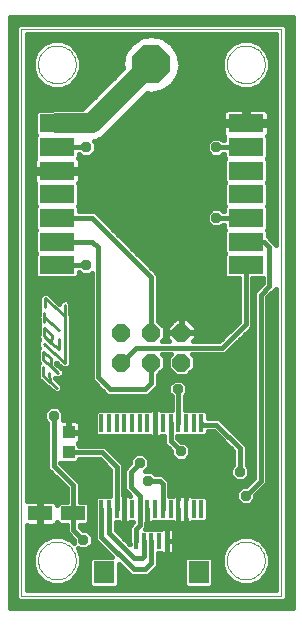
<source format=gtl>
G75*
G70*
%OFA0B0*%
%FSLAX24Y24*%
%IPPOS*%
%LPD*%
%AMOC8*
5,1,8,0,0,1.08239X$1,22.5*
%
%ADD10C,0.0000*%
%ADD11OC8,0.0600*%
%ADD12R,0.0157X0.0591*%
%ADD13R,0.1181X0.0591*%
%ADD14R,0.0394X0.0433*%
%ADD15R,0.0138X0.0551*%
%ADD16R,0.0709X0.0748*%
%ADD17R,0.0787X0.0472*%
%ADD18OC8,0.1250*%
%ADD19C,0.0160*%
%ADD20OC8,0.0356*%
%ADD21C,0.0660*%
%ADD22C,0.0100*%
D10*
X000574Y000574D02*
X000574Y019471D01*
X009235Y019471D01*
X009235Y000574D01*
X000574Y000574D01*
X001125Y001755D02*
X001127Y001805D01*
X001133Y001855D01*
X001143Y001904D01*
X001157Y001952D01*
X001174Y001999D01*
X001195Y002044D01*
X001220Y002088D01*
X001248Y002129D01*
X001280Y002168D01*
X001314Y002205D01*
X001351Y002239D01*
X001391Y002269D01*
X001433Y002296D01*
X001477Y002320D01*
X001523Y002341D01*
X001570Y002357D01*
X001618Y002370D01*
X001668Y002379D01*
X001717Y002384D01*
X001768Y002385D01*
X001818Y002382D01*
X001867Y002375D01*
X001916Y002364D01*
X001964Y002349D01*
X002010Y002331D01*
X002055Y002309D01*
X002098Y002283D01*
X002139Y002254D01*
X002178Y002222D01*
X002214Y002187D01*
X002246Y002149D01*
X002276Y002109D01*
X002303Y002066D01*
X002326Y002022D01*
X002345Y001976D01*
X002361Y001928D01*
X002373Y001879D01*
X002381Y001830D01*
X002385Y001780D01*
X002385Y001730D01*
X002381Y001680D01*
X002373Y001631D01*
X002361Y001582D01*
X002345Y001534D01*
X002326Y001488D01*
X002303Y001444D01*
X002276Y001401D01*
X002246Y001361D01*
X002214Y001323D01*
X002178Y001288D01*
X002139Y001256D01*
X002098Y001227D01*
X002055Y001201D01*
X002010Y001179D01*
X001964Y001161D01*
X001916Y001146D01*
X001867Y001135D01*
X001818Y001128D01*
X001768Y001125D01*
X001717Y001126D01*
X001668Y001131D01*
X001618Y001140D01*
X001570Y001153D01*
X001523Y001169D01*
X001477Y001190D01*
X001433Y001214D01*
X001391Y001241D01*
X001351Y001271D01*
X001314Y001305D01*
X001280Y001342D01*
X001248Y001381D01*
X001220Y001422D01*
X001195Y001466D01*
X001174Y001511D01*
X001157Y001558D01*
X001143Y001606D01*
X001133Y001655D01*
X001127Y001705D01*
X001125Y001755D01*
X007424Y001755D02*
X007426Y001805D01*
X007432Y001855D01*
X007442Y001904D01*
X007456Y001952D01*
X007473Y001999D01*
X007494Y002044D01*
X007519Y002088D01*
X007547Y002129D01*
X007579Y002168D01*
X007613Y002205D01*
X007650Y002239D01*
X007690Y002269D01*
X007732Y002296D01*
X007776Y002320D01*
X007822Y002341D01*
X007869Y002357D01*
X007917Y002370D01*
X007967Y002379D01*
X008016Y002384D01*
X008067Y002385D01*
X008117Y002382D01*
X008166Y002375D01*
X008215Y002364D01*
X008263Y002349D01*
X008309Y002331D01*
X008354Y002309D01*
X008397Y002283D01*
X008438Y002254D01*
X008477Y002222D01*
X008513Y002187D01*
X008545Y002149D01*
X008575Y002109D01*
X008602Y002066D01*
X008625Y002022D01*
X008644Y001976D01*
X008660Y001928D01*
X008672Y001879D01*
X008680Y001830D01*
X008684Y001780D01*
X008684Y001730D01*
X008680Y001680D01*
X008672Y001631D01*
X008660Y001582D01*
X008644Y001534D01*
X008625Y001488D01*
X008602Y001444D01*
X008575Y001401D01*
X008545Y001361D01*
X008513Y001323D01*
X008477Y001288D01*
X008438Y001256D01*
X008397Y001227D01*
X008354Y001201D01*
X008309Y001179D01*
X008263Y001161D01*
X008215Y001146D01*
X008166Y001135D01*
X008117Y001128D01*
X008067Y001125D01*
X008016Y001126D01*
X007967Y001131D01*
X007917Y001140D01*
X007869Y001153D01*
X007822Y001169D01*
X007776Y001190D01*
X007732Y001214D01*
X007690Y001241D01*
X007650Y001271D01*
X007613Y001305D01*
X007579Y001342D01*
X007547Y001381D01*
X007519Y001422D01*
X007494Y001466D01*
X007473Y001511D01*
X007456Y001558D01*
X007442Y001606D01*
X007432Y001655D01*
X007426Y001705D01*
X007424Y001755D01*
X007424Y018290D02*
X007426Y018340D01*
X007432Y018390D01*
X007442Y018439D01*
X007456Y018487D01*
X007473Y018534D01*
X007494Y018579D01*
X007519Y018623D01*
X007547Y018664D01*
X007579Y018703D01*
X007613Y018740D01*
X007650Y018774D01*
X007690Y018804D01*
X007732Y018831D01*
X007776Y018855D01*
X007822Y018876D01*
X007869Y018892D01*
X007917Y018905D01*
X007967Y018914D01*
X008016Y018919D01*
X008067Y018920D01*
X008117Y018917D01*
X008166Y018910D01*
X008215Y018899D01*
X008263Y018884D01*
X008309Y018866D01*
X008354Y018844D01*
X008397Y018818D01*
X008438Y018789D01*
X008477Y018757D01*
X008513Y018722D01*
X008545Y018684D01*
X008575Y018644D01*
X008602Y018601D01*
X008625Y018557D01*
X008644Y018511D01*
X008660Y018463D01*
X008672Y018414D01*
X008680Y018365D01*
X008684Y018315D01*
X008684Y018265D01*
X008680Y018215D01*
X008672Y018166D01*
X008660Y018117D01*
X008644Y018069D01*
X008625Y018023D01*
X008602Y017979D01*
X008575Y017936D01*
X008545Y017896D01*
X008513Y017858D01*
X008477Y017823D01*
X008438Y017791D01*
X008397Y017762D01*
X008354Y017736D01*
X008309Y017714D01*
X008263Y017696D01*
X008215Y017681D01*
X008166Y017670D01*
X008117Y017663D01*
X008067Y017660D01*
X008016Y017661D01*
X007967Y017666D01*
X007917Y017675D01*
X007869Y017688D01*
X007822Y017704D01*
X007776Y017725D01*
X007732Y017749D01*
X007690Y017776D01*
X007650Y017806D01*
X007613Y017840D01*
X007579Y017877D01*
X007547Y017916D01*
X007519Y017957D01*
X007494Y018001D01*
X007473Y018046D01*
X007456Y018093D01*
X007442Y018141D01*
X007432Y018190D01*
X007426Y018240D01*
X007424Y018290D01*
X001125Y018290D02*
X001127Y018340D01*
X001133Y018390D01*
X001143Y018439D01*
X001157Y018487D01*
X001174Y018534D01*
X001195Y018579D01*
X001220Y018623D01*
X001248Y018664D01*
X001280Y018703D01*
X001314Y018740D01*
X001351Y018774D01*
X001391Y018804D01*
X001433Y018831D01*
X001477Y018855D01*
X001523Y018876D01*
X001570Y018892D01*
X001618Y018905D01*
X001668Y018914D01*
X001717Y018919D01*
X001768Y018920D01*
X001818Y018917D01*
X001867Y018910D01*
X001916Y018899D01*
X001964Y018884D01*
X002010Y018866D01*
X002055Y018844D01*
X002098Y018818D01*
X002139Y018789D01*
X002178Y018757D01*
X002214Y018722D01*
X002246Y018684D01*
X002276Y018644D01*
X002303Y018601D01*
X002326Y018557D01*
X002345Y018511D01*
X002361Y018463D01*
X002373Y018414D01*
X002381Y018365D01*
X002385Y018315D01*
X002385Y018265D01*
X002381Y018215D01*
X002373Y018166D01*
X002361Y018117D01*
X002345Y018069D01*
X002326Y018023D01*
X002303Y017979D01*
X002276Y017936D01*
X002246Y017896D01*
X002214Y017858D01*
X002178Y017823D01*
X002139Y017791D01*
X002098Y017762D01*
X002055Y017736D01*
X002010Y017714D01*
X001964Y017696D01*
X001916Y017681D01*
X001867Y017670D01*
X001818Y017663D01*
X001768Y017660D01*
X001717Y017661D01*
X001668Y017666D01*
X001618Y017675D01*
X001570Y017688D01*
X001523Y017704D01*
X001477Y017725D01*
X001433Y017749D01*
X001391Y017776D01*
X001351Y017806D01*
X001314Y017840D01*
X001280Y017877D01*
X001248Y017916D01*
X001220Y017957D01*
X001195Y018001D01*
X001174Y018046D01*
X001157Y018093D01*
X001143Y018141D01*
X001133Y018190D01*
X001127Y018240D01*
X001125Y018290D01*
D11*
X003904Y009341D03*
X003904Y008341D03*
X004904Y008341D03*
X004904Y009341D03*
X005904Y009341D03*
X005904Y008341D03*
D12*
X005800Y006332D03*
X006056Y006332D03*
X006312Y006332D03*
X006568Y006332D03*
X005544Y006332D03*
X005288Y006332D03*
X005032Y006332D03*
X004776Y006332D03*
X004521Y006332D03*
X004265Y006332D03*
X004009Y006332D03*
X003753Y006332D03*
X003497Y006332D03*
X003241Y006332D03*
X003241Y003477D03*
X003497Y003477D03*
X003753Y003477D03*
X004009Y003477D03*
X004265Y003477D03*
X004521Y003477D03*
X004776Y003477D03*
X005032Y003477D03*
X005288Y003477D03*
X005544Y003477D03*
X005800Y003477D03*
X006056Y003477D03*
X006312Y003477D03*
X006568Y003477D03*
D13*
X008054Y011597D03*
X008054Y012385D03*
X008054Y013172D03*
X008054Y013960D03*
X008054Y014747D03*
X008054Y015534D03*
X008054Y016322D03*
X001755Y016322D03*
X001755Y015534D03*
X001755Y014747D03*
X001755Y013960D03*
X001755Y013172D03*
X001755Y012385D03*
X001755Y011597D03*
D14*
X002149Y006026D03*
X002149Y005357D03*
D15*
X004393Y002404D03*
X004649Y002404D03*
X004904Y002404D03*
X005160Y002404D03*
X005416Y002404D03*
D16*
X006479Y001361D03*
X003330Y001361D03*
D17*
X002306Y003330D03*
X001204Y003330D03*
D18*
X004904Y018290D03*
D19*
X000180Y019865D02*
X000180Y000180D01*
X009629Y000180D01*
X009629Y019865D01*
X000180Y019865D01*
X000180Y019752D02*
X009629Y019752D01*
X009629Y019594D02*
X009367Y019594D01*
X009415Y019546D02*
X009310Y019651D01*
X000499Y019651D01*
X000394Y019546D01*
X000394Y000499D01*
X000499Y000394D01*
X000648Y000394D01*
X009161Y000394D01*
X009310Y000394D01*
X009415Y000499D01*
X009415Y019546D01*
X009415Y019435D02*
X009629Y019435D01*
X009629Y019277D02*
X009415Y019277D01*
X009415Y019118D02*
X009629Y019118D01*
X009629Y018960D02*
X009415Y018960D01*
X009415Y018801D02*
X009629Y018801D01*
X009629Y018643D02*
X009415Y018643D01*
X009415Y018484D02*
X009629Y018484D01*
X009629Y018326D02*
X009415Y018326D01*
X009415Y018167D02*
X009629Y018167D01*
X009629Y018009D02*
X009415Y018009D01*
X009415Y017850D02*
X009629Y017850D01*
X009629Y017692D02*
X009415Y017692D01*
X009415Y017533D02*
X009629Y017533D01*
X009629Y017375D02*
X009415Y017375D01*
X009415Y017216D02*
X009629Y017216D01*
X009629Y017058D02*
X009415Y017058D01*
X009415Y016899D02*
X009629Y016899D01*
X009629Y016741D02*
X009415Y016741D01*
X009415Y016582D02*
X009629Y016582D01*
X009629Y016424D02*
X009415Y016424D01*
X009415Y016265D02*
X009629Y016265D01*
X009629Y016107D02*
X009415Y016107D01*
X009415Y015948D02*
X009629Y015948D01*
X009629Y015790D02*
X009415Y015790D01*
X009415Y015631D02*
X009629Y015631D01*
X009629Y015473D02*
X009415Y015473D01*
X009415Y015314D02*
X009629Y015314D01*
X009629Y015156D02*
X009415Y015156D01*
X009415Y014997D02*
X009629Y014997D01*
X009629Y014839D02*
X009415Y014839D01*
X009415Y014680D02*
X009629Y014680D01*
X009629Y014522D02*
X009415Y014522D01*
X009415Y014363D02*
X009629Y014363D01*
X009629Y014205D02*
X009415Y014205D01*
X009415Y014046D02*
X009629Y014046D01*
X009629Y013888D02*
X009415Y013888D01*
X009415Y013729D02*
X009629Y013729D01*
X009629Y013571D02*
X009415Y013571D01*
X009415Y013412D02*
X009629Y013412D01*
X009629Y013254D02*
X009415Y013254D01*
X009415Y013095D02*
X009629Y013095D01*
X009629Y012937D02*
X009415Y012937D01*
X009415Y012778D02*
X009629Y012778D01*
X009629Y012620D02*
X009415Y012620D01*
X009415Y012461D02*
X009629Y012461D01*
X009629Y012303D02*
X009415Y012303D01*
X009415Y012144D02*
X009629Y012144D01*
X009629Y011986D02*
X009415Y011986D01*
X009415Y011827D02*
X009629Y011827D01*
X009629Y011669D02*
X009415Y011669D01*
X009415Y011510D02*
X009629Y011510D01*
X009629Y011352D02*
X009415Y011352D01*
X009415Y011193D02*
X009629Y011193D01*
X009629Y011035D02*
X009415Y011035D01*
X009415Y010876D02*
X009629Y010876D01*
X009629Y010718D02*
X009415Y010718D01*
X009415Y010559D02*
X009629Y010559D01*
X009629Y010401D02*
X009415Y010401D01*
X009415Y010242D02*
X009629Y010242D01*
X009629Y010084D02*
X009415Y010084D01*
X009415Y009925D02*
X009629Y009925D01*
X009629Y009767D02*
X009415Y009767D01*
X009415Y009608D02*
X009629Y009608D01*
X009629Y009450D02*
X009415Y009450D01*
X009415Y009291D02*
X009629Y009291D01*
X009629Y009133D02*
X009415Y009133D01*
X009415Y008974D02*
X009629Y008974D01*
X009629Y008816D02*
X009415Y008816D01*
X009415Y008657D02*
X009629Y008657D01*
X009629Y008499D02*
X009415Y008499D01*
X009415Y008340D02*
X009629Y008340D01*
X009629Y008182D02*
X009415Y008182D01*
X009415Y008023D02*
X009629Y008023D01*
X009629Y007865D02*
X009415Y007865D01*
X009415Y007706D02*
X009629Y007706D01*
X009629Y007548D02*
X009415Y007548D01*
X009415Y007389D02*
X009629Y007389D01*
X009629Y007231D02*
X009415Y007231D01*
X009415Y007072D02*
X009629Y007072D01*
X009629Y006914D02*
X009415Y006914D01*
X009415Y006755D02*
X009629Y006755D01*
X009629Y006597D02*
X009415Y006597D01*
X009415Y006438D02*
X009629Y006438D01*
X009629Y006280D02*
X009415Y006280D01*
X009415Y006121D02*
X009629Y006121D01*
X009629Y005963D02*
X009415Y005963D01*
X009415Y005804D02*
X009629Y005804D01*
X009629Y005646D02*
X009415Y005646D01*
X009415Y005487D02*
X009629Y005487D01*
X009629Y005329D02*
X009415Y005329D01*
X009415Y005170D02*
X009629Y005170D01*
X009629Y005012D02*
X009415Y005012D01*
X009415Y004853D02*
X009629Y004853D01*
X009629Y004695D02*
X009415Y004695D01*
X009415Y004536D02*
X009629Y004536D01*
X009629Y004378D02*
X009415Y004378D01*
X009415Y004219D02*
X009629Y004219D01*
X009629Y004061D02*
X009415Y004061D01*
X009415Y003902D02*
X009629Y003902D01*
X009629Y003744D02*
X009415Y003744D01*
X009415Y003585D02*
X009629Y003585D01*
X009629Y003427D02*
X009415Y003427D01*
X009415Y003268D02*
X009629Y003268D01*
X009629Y003110D02*
X009415Y003110D01*
X009415Y002951D02*
X009629Y002951D01*
X009629Y002793D02*
X009415Y002793D01*
X009415Y002634D02*
X009629Y002634D01*
X009629Y002476D02*
X009415Y002476D01*
X009415Y002317D02*
X009629Y002317D01*
X009629Y002159D02*
X009415Y002159D01*
X009415Y002000D02*
X009629Y002000D01*
X009629Y001842D02*
X009415Y001842D01*
X009415Y001683D02*
X009629Y001683D01*
X009629Y001525D02*
X009415Y001525D01*
X009415Y001366D02*
X009629Y001366D01*
X009629Y001208D02*
X009415Y001208D01*
X009415Y001049D02*
X009629Y001049D01*
X009629Y000891D02*
X009415Y000891D01*
X009415Y000732D02*
X009629Y000732D01*
X009629Y000574D02*
X009415Y000574D01*
X009331Y000415D02*
X009629Y000415D01*
X009629Y000257D02*
X000180Y000257D01*
X000180Y000415D02*
X000478Y000415D01*
X000394Y000574D02*
X000180Y000574D01*
X000180Y000732D02*
X000394Y000732D01*
X000394Y000891D02*
X000180Y000891D01*
X000180Y001049D02*
X000394Y001049D01*
X000394Y001208D02*
X000180Y001208D01*
X000180Y001366D02*
X000394Y001366D01*
X000394Y001525D02*
X000180Y001525D01*
X000180Y001683D02*
X000394Y001683D01*
X000394Y001842D02*
X000180Y001842D01*
X000180Y002000D02*
X000394Y002000D01*
X000394Y002159D02*
X000180Y002159D01*
X000180Y002317D02*
X000394Y002317D01*
X000394Y002476D02*
X000180Y002476D01*
X000180Y002634D02*
X000394Y002634D01*
X000394Y002793D02*
X000180Y002793D01*
X000180Y002951D02*
X000394Y002951D01*
X000394Y003110D02*
X000180Y003110D01*
X000180Y003268D02*
X000394Y003268D01*
X000394Y003427D02*
X000180Y003427D01*
X000180Y003585D02*
X000394Y003585D01*
X000394Y003744D02*
X000180Y003744D01*
X000180Y003902D02*
X000394Y003902D01*
X000394Y004061D02*
X000180Y004061D01*
X000180Y004219D02*
X000394Y004219D01*
X000394Y004378D02*
X000180Y004378D01*
X000180Y004536D02*
X000394Y004536D01*
X000394Y004695D02*
X000180Y004695D01*
X000180Y004853D02*
X000394Y004853D01*
X000394Y005012D02*
X000180Y005012D01*
X000180Y005170D02*
X000394Y005170D01*
X000394Y005329D02*
X000180Y005329D01*
X000180Y005487D02*
X000394Y005487D01*
X000394Y005646D02*
X000180Y005646D01*
X000180Y005804D02*
X000394Y005804D01*
X000394Y005963D02*
X000180Y005963D01*
X000180Y006121D02*
X000394Y006121D01*
X000394Y006280D02*
X000180Y006280D01*
X000180Y006438D02*
X000394Y006438D01*
X000394Y006597D02*
X000180Y006597D01*
X000180Y006755D02*
X000394Y006755D01*
X000394Y006914D02*
X000180Y006914D01*
X000180Y007072D02*
X000394Y007072D01*
X000394Y007231D02*
X000180Y007231D01*
X000180Y007389D02*
X000394Y007389D01*
X000394Y007548D02*
X000180Y007548D01*
X000180Y007706D02*
X000394Y007706D01*
X000394Y007865D02*
X000180Y007865D01*
X000180Y008023D02*
X000394Y008023D01*
X000394Y008182D02*
X000180Y008182D01*
X000180Y008340D02*
X000394Y008340D01*
X000394Y008499D02*
X000180Y008499D01*
X000180Y008657D02*
X000394Y008657D01*
X000394Y008816D02*
X000180Y008816D01*
X000180Y008974D02*
X000394Y008974D01*
X000394Y009133D02*
X000180Y009133D01*
X000180Y009291D02*
X000394Y009291D01*
X000394Y009450D02*
X000180Y009450D01*
X000180Y009608D02*
X000394Y009608D01*
X000394Y009767D02*
X000180Y009767D01*
X000180Y009925D02*
X000394Y009925D01*
X000394Y010084D02*
X000180Y010084D01*
X000180Y010242D02*
X000394Y010242D01*
X000394Y010401D02*
X000180Y010401D01*
X000180Y010559D02*
X000394Y010559D01*
X000394Y010718D02*
X000180Y010718D01*
X000180Y010876D02*
X000394Y010876D01*
X000394Y011035D02*
X000180Y011035D01*
X000180Y011193D02*
X000394Y011193D01*
X000394Y011352D02*
X000180Y011352D01*
X000180Y011510D02*
X000394Y011510D01*
X000394Y011669D02*
X000180Y011669D01*
X000180Y011827D02*
X000394Y011827D01*
X000394Y011986D02*
X000180Y011986D01*
X000180Y012144D02*
X000394Y012144D01*
X000394Y012303D02*
X000180Y012303D01*
X000180Y012461D02*
X000394Y012461D01*
X000394Y012620D02*
X000180Y012620D01*
X000180Y012778D02*
X000394Y012778D01*
X000394Y012937D02*
X000180Y012937D01*
X000180Y013095D02*
X000394Y013095D01*
X000394Y013254D02*
X000180Y013254D01*
X000180Y013412D02*
X000394Y013412D01*
X000394Y013571D02*
X000180Y013571D01*
X000180Y013729D02*
X000394Y013729D01*
X000394Y013888D02*
X000180Y013888D01*
X000180Y014046D02*
X000394Y014046D01*
X000394Y014205D02*
X000180Y014205D01*
X000180Y014363D02*
X000394Y014363D01*
X000394Y014522D02*
X000180Y014522D01*
X000180Y014680D02*
X000394Y014680D01*
X000394Y014839D02*
X000180Y014839D01*
X000180Y014997D02*
X000394Y014997D01*
X000394Y015156D02*
X000180Y015156D01*
X000180Y015314D02*
X000394Y015314D01*
X000394Y015473D02*
X000180Y015473D01*
X000180Y015631D02*
X000394Y015631D01*
X000394Y015790D02*
X000180Y015790D01*
X000180Y015948D02*
X000394Y015948D01*
X000394Y016107D02*
X000180Y016107D01*
X000180Y016265D02*
X000394Y016265D01*
X000394Y016424D02*
X000180Y016424D01*
X000180Y016582D02*
X000394Y016582D01*
X000394Y016741D02*
X000180Y016741D01*
X000180Y016899D02*
X000394Y016899D01*
X000394Y017058D02*
X000180Y017058D01*
X000180Y017216D02*
X000394Y017216D01*
X000394Y017375D02*
X000180Y017375D01*
X000180Y017533D02*
X000394Y017533D01*
X000394Y017692D02*
X000180Y017692D01*
X000180Y017850D02*
X000394Y017850D01*
X000394Y018009D02*
X000180Y018009D01*
X000180Y018167D02*
X000394Y018167D01*
X000394Y018326D02*
X000180Y018326D01*
X000180Y018484D02*
X000394Y018484D01*
X000394Y018643D02*
X000180Y018643D01*
X000180Y018801D02*
X000394Y018801D01*
X000394Y018960D02*
X000180Y018960D01*
X000180Y019118D02*
X000394Y019118D01*
X000394Y019277D02*
X000180Y019277D01*
X000180Y019435D02*
X000394Y019435D01*
X000442Y019594D02*
X000180Y019594D01*
X000754Y019291D02*
X009055Y019291D01*
X009055Y012285D01*
X008933Y012408D01*
X008785Y012556D01*
X008785Y012738D01*
X008744Y012778D01*
X009055Y012778D01*
X009055Y012620D02*
X008785Y012620D01*
X008744Y012778D02*
X008785Y012819D01*
X008785Y013525D01*
X008744Y013566D01*
X008785Y013606D01*
X008785Y014313D01*
X008744Y014353D01*
X008785Y014394D01*
X008785Y015100D01*
X008744Y015141D01*
X008785Y015181D01*
X008785Y015888D01*
X008772Y015900D01*
X008789Y015916D01*
X008812Y015957D01*
X008825Y016003D01*
X008825Y016254D01*
X008122Y016254D01*
X008122Y016389D01*
X008825Y016389D01*
X008825Y016641D01*
X008812Y016686D01*
X008789Y016728D01*
X008755Y016761D01*
X008714Y016785D01*
X008668Y016797D01*
X008122Y016797D01*
X008122Y016389D01*
X007986Y016389D01*
X007986Y016254D01*
X007283Y016254D01*
X007283Y016003D01*
X007296Y015957D01*
X007319Y015916D01*
X007336Y015900D01*
X007323Y015888D01*
X007323Y015754D01*
X007300Y015754D01*
X007202Y015852D01*
X006938Y015852D01*
X006752Y015666D01*
X006752Y015403D01*
X006938Y015216D01*
X007202Y015216D01*
X007300Y015314D01*
X007323Y015314D01*
X007300Y015314D01*
X007323Y015314D02*
X007323Y015181D01*
X007364Y015141D01*
X007323Y015100D01*
X007323Y014394D01*
X007364Y014353D01*
X007323Y014313D01*
X007323Y013606D01*
X007364Y013566D01*
X007323Y013525D01*
X007323Y013392D01*
X007300Y013392D01*
X007202Y013490D01*
X006938Y013490D01*
X006752Y013304D01*
X006752Y013040D01*
X006938Y012854D01*
X007202Y012854D01*
X007300Y012952D01*
X007323Y012952D01*
X007323Y012819D01*
X007364Y012778D01*
X003641Y012778D01*
X003799Y012620D02*
X007323Y012620D01*
X007323Y012738D02*
X007323Y012031D01*
X007364Y011991D01*
X007323Y011951D01*
X007323Y011244D01*
X007405Y011162D01*
X007834Y011162D01*
X007834Y009720D01*
X007175Y009061D01*
X006303Y009061D01*
X006384Y009143D01*
X006384Y009321D01*
X005924Y009321D01*
X005924Y009361D01*
X005884Y009361D01*
X005884Y009321D01*
X005424Y009321D01*
X005424Y009143D01*
X005506Y009061D01*
X005247Y009061D01*
X005344Y009159D01*
X005344Y009524D01*
X005124Y009744D01*
X005124Y011295D01*
X003027Y013392D01*
X002485Y013392D01*
X002485Y013525D01*
X002445Y013566D01*
X002485Y013606D01*
X002485Y014313D01*
X002473Y014325D01*
X002489Y014341D01*
X002513Y014382D01*
X002525Y014428D01*
X002525Y014679D01*
X001822Y014679D01*
X001822Y014815D01*
X002525Y014815D01*
X002525Y015066D01*
X002513Y015112D01*
X002489Y015153D01*
X002473Y015169D01*
X002485Y015181D01*
X002485Y015314D01*
X002509Y015314D01*
X002607Y015216D01*
X002871Y015216D01*
X003057Y015403D01*
X003057Y015666D01*
X002982Y015742D01*
X003051Y015742D01*
X003264Y015830D01*
X004776Y017342D01*
X004904Y017317D01*
X005277Y017391D01*
X005593Y017602D01*
X005804Y017918D01*
X005878Y018290D01*
X005804Y018663D01*
X005593Y018979D01*
X005277Y019190D01*
X004904Y019264D01*
X004532Y019190D01*
X004216Y018979D01*
X004005Y018663D01*
X003931Y018290D01*
X003956Y018162D01*
X002586Y016792D01*
X001661Y016792D01*
X001577Y016757D01*
X001106Y016757D01*
X001024Y016675D01*
X001024Y015968D01*
X001065Y015928D01*
X001024Y015888D01*
X001024Y015181D01*
X001036Y015169D01*
X001020Y015153D01*
X000997Y015112D01*
X000984Y015066D01*
X000984Y014815D01*
X001687Y014815D01*
X001687Y014679D01*
X000984Y014679D01*
X000984Y014428D01*
X000997Y014382D01*
X001020Y014341D01*
X001036Y014325D01*
X001024Y014313D01*
X001024Y013606D01*
X001065Y013566D01*
X001024Y013525D01*
X001024Y012819D01*
X001065Y012778D01*
X001024Y012738D01*
X001024Y012031D01*
X001065Y011991D01*
X001024Y011951D01*
X001024Y011244D01*
X001106Y011162D01*
X002403Y011162D01*
X002485Y011244D01*
X002485Y011377D01*
X002509Y011377D01*
X002607Y011279D01*
X002871Y011279D01*
X002913Y011321D01*
X002913Y007766D01*
X003306Y007372D01*
X003435Y007243D01*
X004799Y007243D01*
X004996Y007440D01*
X005124Y007569D01*
X005124Y007939D01*
X005344Y008159D01*
X005344Y008524D01*
X005247Y008621D01*
X005562Y008621D01*
X005464Y008524D01*
X005464Y008159D01*
X005722Y007901D01*
X006087Y007901D01*
X006344Y008159D01*
X006344Y008524D01*
X006247Y008621D01*
X007358Y008621D01*
X008145Y009409D01*
X008274Y009538D01*
X008274Y011162D01*
X008621Y011162D01*
X008621Y010999D01*
X008455Y010833D01*
X008326Y010704D01*
X008326Y004503D01*
X008061Y004238D01*
X007922Y004238D01*
X007736Y004052D01*
X007736Y003788D01*
X007922Y003602D01*
X008186Y003602D01*
X008372Y003788D01*
X008372Y003927D01*
X008637Y004192D01*
X008766Y004321D01*
X008766Y010522D01*
X009055Y010811D01*
X009055Y000754D01*
X000754Y000754D01*
X000754Y002922D01*
X000786Y002913D01*
X001166Y002913D01*
X001166Y003291D01*
X001242Y003291D01*
X001242Y002913D01*
X001621Y002913D01*
X001667Y002926D01*
X001708Y002949D01*
X001741Y002983D01*
X001765Y003024D01*
X001772Y003051D01*
X001772Y003035D01*
X001854Y002953D01*
X002086Y002953D01*
X002086Y002687D01*
X002323Y002451D01*
X002323Y002332D01*
X002214Y002441D01*
X001916Y002565D01*
X001594Y002565D01*
X001296Y002441D01*
X001068Y002214D01*
X000945Y001916D01*
X000945Y001594D01*
X001068Y001296D01*
X001296Y001068D01*
X001594Y000945D01*
X001916Y000945D01*
X002214Y001068D01*
X002441Y001296D01*
X002565Y001594D01*
X002565Y001916D01*
X002456Y002179D01*
X002509Y002126D01*
X002772Y002126D01*
X002959Y002312D01*
X002959Y002576D01*
X002772Y002762D01*
X002634Y002762D01*
X002526Y002870D01*
X002526Y002953D01*
X002758Y002953D01*
X002840Y003035D01*
X002840Y003624D01*
X002758Y003706D01*
X002526Y003706D01*
X002526Y004346D01*
X002397Y004475D01*
X001876Y004996D01*
X001876Y005018D01*
X001894Y005001D01*
X002403Y005001D01*
X002485Y005083D01*
X002485Y005137D01*
X003179Y005137D01*
X003533Y004784D01*
X003533Y003913D01*
X003104Y003913D01*
X003022Y003831D01*
X003022Y003570D01*
X003021Y003568D01*
X003021Y002441D01*
X003587Y001875D01*
X002917Y001875D01*
X002835Y001793D01*
X002835Y000929D01*
X002917Y000847D01*
X003742Y000847D01*
X003824Y000929D01*
X003824Y001638D01*
X004094Y001368D01*
X004223Y001240D01*
X004799Y001240D01*
X004928Y001368D01*
X005124Y001565D01*
X005124Y001989D01*
X005233Y001989D01*
X005237Y001985D01*
X005278Y001961D01*
X005324Y001949D01*
X005416Y001949D01*
X005416Y002404D01*
X005416Y002404D01*
X005416Y001949D01*
X005509Y001949D01*
X005555Y001961D01*
X005596Y001985D01*
X005629Y002018D01*
X005653Y002059D01*
X005665Y002105D01*
X005665Y002404D01*
X005416Y002404D01*
X005416Y002404D01*
X006282Y002404D01*
X005800Y002887D01*
X005800Y003477D01*
X005800Y003807D02*
X005800Y003953D01*
X005698Y003953D01*
X005652Y003940D01*
X005611Y003917D01*
X005607Y003913D01*
X005508Y003913D01*
X005508Y004395D01*
X005400Y004503D01*
X005271Y004632D01*
X005036Y004632D01*
X004938Y004730D01*
X004688Y004730D01*
X004829Y004871D01*
X004829Y005135D01*
X004642Y005321D01*
X004379Y005321D01*
X004193Y005135D01*
X004193Y004996D01*
X003995Y004799D01*
X003995Y004124D01*
X004124Y003995D01*
X004207Y003913D01*
X004202Y003913D01*
X004198Y003917D01*
X004157Y003940D01*
X004111Y003953D01*
X004009Y003953D01*
X004009Y003477D01*
X004009Y003002D01*
X004111Y003002D01*
X004157Y003014D01*
X004198Y003038D01*
X004202Y003042D01*
X004291Y003042D01*
X004291Y003027D01*
X004173Y002909D01*
X004173Y002313D01*
X004184Y002302D01*
X004184Y002295D01*
X003717Y002761D01*
X003717Y003042D01*
X003815Y003042D01*
X003819Y003038D01*
X003861Y003014D01*
X003906Y003002D01*
X004009Y003002D01*
X004009Y003477D01*
X004009Y003477D01*
X004009Y003477D01*
X004009Y003953D01*
X003973Y003953D01*
X003973Y004966D01*
X003491Y005448D01*
X003362Y005577D01*
X002485Y005577D01*
X002485Y005632D01*
X002453Y005664D01*
X002456Y005666D01*
X002489Y005699D01*
X002513Y005740D01*
X002525Y005786D01*
X002525Y006008D01*
X002167Y006008D01*
X002167Y006045D01*
X002130Y006045D01*
X002130Y006423D01*
X001952Y006423D01*
X001974Y006446D01*
X001974Y006709D01*
X001788Y006896D01*
X001525Y006896D01*
X001338Y006709D01*
X001338Y006446D01*
X001436Y006348D01*
X001436Y004813D01*
X002086Y004164D01*
X002086Y003706D01*
X001854Y003706D01*
X001772Y003624D01*
X001772Y003608D01*
X001765Y003635D01*
X001741Y003676D01*
X001708Y003710D01*
X001667Y003734D01*
X001621Y003746D01*
X001242Y003746D01*
X001242Y003368D01*
X001166Y003368D01*
X001166Y003746D01*
X000786Y003746D01*
X000754Y003737D01*
X000754Y019291D01*
X000754Y019277D02*
X009055Y019277D01*
X009055Y019118D02*
X005384Y019118D01*
X005606Y018960D02*
X007578Y018960D01*
X007595Y018977D02*
X007367Y018749D01*
X007244Y018451D01*
X007244Y018129D01*
X007367Y017831D01*
X007595Y017604D01*
X007893Y017480D01*
X008215Y017480D01*
X008513Y017604D01*
X008741Y017831D01*
X008864Y018129D01*
X008864Y018451D01*
X008741Y018749D01*
X008513Y018977D01*
X008215Y019100D01*
X007893Y019100D01*
X007595Y018977D01*
X007420Y018801D02*
X005712Y018801D01*
X005808Y018643D02*
X007323Y018643D01*
X007258Y018484D02*
X005840Y018484D01*
X005871Y018326D02*
X007244Y018326D01*
X007244Y018167D02*
X005854Y018167D01*
X005822Y018009D02*
X007294Y018009D01*
X007360Y017850D02*
X005759Y017850D01*
X005653Y017692D02*
X007507Y017692D01*
X007765Y017533D02*
X005490Y017533D01*
X005197Y017375D02*
X009055Y017375D01*
X009055Y017533D02*
X008343Y017533D01*
X008601Y017692D02*
X009055Y017692D01*
X009055Y017850D02*
X008748Y017850D01*
X008814Y018009D02*
X009055Y018009D01*
X009055Y018167D02*
X008864Y018167D01*
X008864Y018326D02*
X009055Y018326D01*
X009055Y018484D02*
X008850Y018484D01*
X008785Y018643D02*
X009055Y018643D01*
X009055Y018801D02*
X008688Y018801D01*
X008530Y018960D02*
X009055Y018960D01*
X009055Y017216D02*
X004651Y017216D01*
X004492Y017058D02*
X009055Y017058D01*
X009055Y016899D02*
X004334Y016899D01*
X004175Y016741D02*
X007333Y016741D01*
X007319Y016728D02*
X007296Y016686D01*
X007283Y016641D01*
X007283Y016389D01*
X007986Y016389D01*
X007986Y016797D01*
X007440Y016797D01*
X007394Y016785D01*
X007353Y016761D01*
X007319Y016728D01*
X007283Y016582D02*
X004017Y016582D01*
X003858Y016424D02*
X007283Y016424D01*
X007283Y016107D02*
X003541Y016107D01*
X003700Y016265D02*
X007986Y016265D01*
X008122Y016265D02*
X009055Y016265D01*
X009055Y016107D02*
X008825Y016107D01*
X008807Y015948D02*
X009055Y015948D01*
X009055Y015790D02*
X008785Y015790D01*
X008785Y015631D02*
X009055Y015631D01*
X009055Y015473D02*
X008785Y015473D01*
X008785Y015314D02*
X009055Y015314D01*
X009055Y015156D02*
X008759Y015156D01*
X008785Y014997D02*
X009055Y014997D01*
X009055Y014839D02*
X008785Y014839D01*
X008785Y014680D02*
X009055Y014680D01*
X009055Y014522D02*
X008785Y014522D01*
X008754Y014363D02*
X009055Y014363D01*
X009055Y014205D02*
X008785Y014205D01*
X008785Y014046D02*
X009055Y014046D01*
X009055Y013888D02*
X008785Y013888D01*
X008785Y013729D02*
X009055Y013729D01*
X009055Y013571D02*
X008749Y013571D01*
X008785Y013412D02*
X009055Y013412D01*
X009055Y013254D02*
X008785Y013254D01*
X008785Y013095D02*
X009055Y013095D01*
X009055Y012937D02*
X008785Y012937D01*
X008879Y012461D02*
X009055Y012461D01*
X009038Y012303D02*
X009055Y012303D01*
X008841Y012188D02*
X008841Y010908D01*
X008546Y010613D01*
X008546Y004412D01*
X008054Y003920D01*
X008327Y003744D02*
X009055Y003744D01*
X009055Y003902D02*
X008372Y003902D01*
X008506Y004061D02*
X009055Y004061D01*
X009055Y004219D02*
X008664Y004219D01*
X008637Y004192D02*
X008637Y004192D01*
X008766Y004378D02*
X009055Y004378D01*
X009055Y004536D02*
X008766Y004536D01*
X008766Y004695D02*
X009055Y004695D01*
X009055Y004853D02*
X008766Y004853D01*
X008766Y005012D02*
X009055Y005012D01*
X009055Y005170D02*
X008766Y005170D01*
X008766Y005329D02*
X009055Y005329D01*
X009055Y005487D02*
X008766Y005487D01*
X008766Y005646D02*
X009055Y005646D01*
X009055Y005804D02*
X008766Y005804D01*
X008766Y005963D02*
X009055Y005963D01*
X009055Y006121D02*
X008766Y006121D01*
X008766Y006280D02*
X009055Y006280D01*
X009055Y006438D02*
X008766Y006438D01*
X008766Y006597D02*
X009055Y006597D01*
X009055Y006755D02*
X008766Y006755D01*
X008766Y006914D02*
X009055Y006914D01*
X009055Y007072D02*
X008766Y007072D01*
X008766Y007231D02*
X009055Y007231D01*
X009055Y007389D02*
X008766Y007389D01*
X008766Y007548D02*
X009055Y007548D01*
X009055Y007706D02*
X008766Y007706D01*
X008766Y007865D02*
X009055Y007865D01*
X009055Y008023D02*
X008766Y008023D01*
X008766Y008182D02*
X009055Y008182D01*
X009055Y008340D02*
X008766Y008340D01*
X008766Y008499D02*
X009055Y008499D01*
X009055Y008657D02*
X008766Y008657D01*
X008766Y008816D02*
X009055Y008816D01*
X009055Y008974D02*
X008766Y008974D01*
X008766Y009133D02*
X009055Y009133D01*
X009055Y009291D02*
X008766Y009291D01*
X008766Y009450D02*
X009055Y009450D01*
X009055Y009608D02*
X008766Y009608D01*
X008766Y009767D02*
X009055Y009767D01*
X009055Y009925D02*
X008766Y009925D01*
X008766Y010084D02*
X009055Y010084D01*
X009055Y010242D02*
X008766Y010242D01*
X008766Y010401D02*
X009055Y010401D01*
X009055Y010559D02*
X008803Y010559D01*
X008962Y010718D02*
X009055Y010718D01*
X008621Y011035D02*
X008274Y011035D01*
X008274Y010876D02*
X008498Y010876D01*
X008340Y010718D02*
X008274Y010718D01*
X008274Y010559D02*
X008326Y010559D01*
X008326Y010401D02*
X008274Y010401D01*
X008274Y010242D02*
X008326Y010242D01*
X008326Y010084D02*
X008274Y010084D01*
X008274Y009925D02*
X008326Y009925D01*
X008326Y009767D02*
X008274Y009767D01*
X008274Y009608D02*
X008326Y009608D01*
X008326Y009450D02*
X008186Y009450D01*
X008326Y009291D02*
X008028Y009291D01*
X007869Y009133D02*
X008326Y009133D01*
X008326Y008974D02*
X007711Y008974D01*
X007552Y008816D02*
X008326Y008816D01*
X008326Y008657D02*
X007394Y008657D01*
X007267Y008841D02*
X008054Y009629D01*
X008054Y011597D01*
X007834Y011035D02*
X005124Y011035D01*
X005124Y011193D02*
X007374Y011193D01*
X007323Y011352D02*
X005067Y011352D01*
X004904Y011204D02*
X002936Y013172D01*
X001755Y013172D01*
X001755Y012385D02*
X002936Y012385D01*
X003133Y012188D01*
X003133Y007857D01*
X003526Y007463D01*
X004708Y007463D01*
X004904Y007660D01*
X004904Y008341D01*
X005124Y007865D02*
X008326Y007865D01*
X008326Y008023D02*
X006208Y008023D01*
X006344Y008182D02*
X008326Y008182D01*
X008326Y008340D02*
X006344Y008340D01*
X006344Y008499D02*
X008326Y008499D01*
X008326Y007706D02*
X005997Y007706D01*
X005922Y007782D02*
X006108Y007595D01*
X006108Y007332D01*
X006020Y007243D01*
X006020Y006767D01*
X006705Y006767D01*
X006787Y006685D01*
X006787Y006502D01*
X007161Y006502D01*
X007290Y006373D01*
X008077Y005586D01*
X008077Y004937D01*
X008175Y004839D01*
X008175Y004576D01*
X007989Y004389D01*
X007725Y004389D01*
X007539Y004576D01*
X007539Y004839D01*
X007637Y004937D01*
X007637Y005404D01*
X006979Y006062D01*
X006787Y006062D01*
X006787Y005978D01*
X006705Y005896D01*
X005764Y005896D01*
X005764Y005832D01*
X005882Y005715D01*
X006020Y005715D01*
X006207Y005528D01*
X006207Y005265D01*
X006020Y005078D01*
X005757Y005078D01*
X005571Y005265D01*
X005571Y005404D01*
X005324Y005650D01*
X005324Y005896D01*
X005226Y005896D01*
X005222Y005892D01*
X005181Y005869D01*
X005135Y005856D01*
X005032Y005856D01*
X005032Y006332D01*
X005032Y006807D01*
X004930Y006807D01*
X004884Y006795D01*
X004843Y006771D01*
X004839Y006767D01*
X003104Y006767D01*
X003022Y006685D01*
X003022Y005978D01*
X003104Y005896D01*
X004839Y005896D01*
X004843Y005892D01*
X004884Y005869D01*
X004930Y005856D01*
X005032Y005856D01*
X005032Y006332D01*
X005032Y006332D01*
X005032Y006807D01*
X005135Y006807D01*
X005181Y006795D01*
X005222Y006771D01*
X005226Y006767D01*
X005580Y006767D01*
X005580Y007224D01*
X005472Y007332D01*
X005472Y007595D01*
X005658Y007782D01*
X005922Y007782D01*
X005790Y007463D02*
X005800Y007454D01*
X005800Y006332D01*
X005544Y006332D02*
X005544Y005741D01*
X005889Y005397D01*
X006112Y005170D02*
X007637Y005170D01*
X007637Y005012D02*
X004829Y005012D01*
X004811Y004853D02*
X007553Y004853D01*
X007539Y004695D02*
X004973Y004695D01*
X004806Y004412D02*
X005180Y004412D01*
X005288Y004304D01*
X005288Y003477D01*
X004970Y003042D02*
X005607Y003042D01*
X005611Y003038D01*
X005652Y003014D01*
X005698Y003002D01*
X005800Y003002D01*
X005800Y003148D01*
X005800Y003148D01*
X005800Y003002D01*
X005903Y003002D01*
X005928Y003009D01*
X005954Y003002D01*
X006056Y003002D01*
X006158Y003002D01*
X006204Y003014D01*
X006245Y003038D01*
X006249Y003042D01*
X006705Y003042D01*
X006787Y003124D01*
X006787Y003831D01*
X006705Y003913D01*
X006249Y003913D01*
X006245Y003917D01*
X006204Y003940D01*
X006158Y003953D01*
X006056Y003953D01*
X005954Y003953D01*
X005928Y003946D01*
X005903Y003953D01*
X005800Y003953D01*
X005800Y003807D01*
X005800Y003807D01*
X005800Y003902D02*
X005800Y003902D01*
X006056Y003902D02*
X006056Y003902D01*
X006056Y003953D02*
X006056Y003807D01*
X006056Y003953D01*
X006056Y003807D02*
X006056Y003807D01*
X006056Y003148D02*
X006056Y003002D01*
X006056Y003148D01*
X006056Y003148D01*
X006056Y003110D02*
X006056Y003110D01*
X005800Y003110D02*
X005800Y003110D01*
X005596Y002824D02*
X005629Y002791D01*
X005653Y002749D01*
X005665Y002704D01*
X005665Y002404D01*
X005416Y002404D01*
X005416Y002860D01*
X005324Y002860D01*
X005278Y002848D01*
X005237Y002824D01*
X005233Y002820D01*
X005033Y002820D01*
X005032Y002819D01*
X005031Y002820D01*
X004778Y002820D01*
X004776Y002819D01*
X004775Y002820D01*
X004706Y002820D01*
X004731Y002845D01*
X004731Y003002D01*
X004776Y003002D01*
X004776Y003477D01*
X004776Y003477D01*
X004776Y003002D01*
X004879Y003002D01*
X004925Y003014D01*
X004966Y003038D01*
X004970Y003042D01*
X004776Y003110D02*
X004776Y003110D01*
X004776Y003268D02*
X004776Y003268D01*
X004776Y003427D02*
X004776Y003427D01*
X004521Y003477D02*
X004521Y003910D01*
X004215Y004215D01*
X004215Y004708D01*
X004511Y005003D01*
X004228Y005170D02*
X003769Y005170D01*
X003753Y004875D02*
X003271Y005357D01*
X002149Y005357D01*
X001883Y005012D02*
X001876Y005012D01*
X002019Y004853D02*
X003463Y004853D01*
X003533Y004695D02*
X002177Y004695D01*
X002336Y004536D02*
X003533Y004536D01*
X003533Y004378D02*
X002494Y004378D01*
X002526Y004219D02*
X003533Y004219D01*
X003533Y004061D02*
X002526Y004061D01*
X002526Y003902D02*
X003094Y003902D01*
X003022Y003744D02*
X002526Y003744D01*
X002306Y003330D02*
X002306Y002778D01*
X002641Y002444D01*
X002603Y002793D02*
X003021Y002793D01*
X003021Y002951D02*
X002526Y002951D01*
X002306Y003330D02*
X002306Y004255D01*
X001656Y004904D01*
X001656Y006578D01*
X001384Y006755D02*
X000754Y006755D01*
X000754Y006597D02*
X001338Y006597D01*
X001346Y006438D02*
X000754Y006438D01*
X000754Y006280D02*
X001436Y006280D01*
X001436Y006121D02*
X000754Y006121D01*
X000754Y005963D02*
X001436Y005963D01*
X001436Y005804D02*
X000754Y005804D01*
X000754Y005646D02*
X001436Y005646D01*
X001436Y005487D02*
X000754Y005487D01*
X000754Y005329D02*
X001436Y005329D01*
X001436Y005170D02*
X000754Y005170D01*
X000754Y005012D02*
X001436Y005012D01*
X001436Y004853D02*
X000754Y004853D01*
X000754Y004695D02*
X001555Y004695D01*
X001713Y004536D02*
X000754Y004536D01*
X000754Y004378D02*
X001872Y004378D01*
X002030Y004219D02*
X000754Y004219D01*
X000754Y004061D02*
X002086Y004061D01*
X002086Y003902D02*
X000754Y003902D01*
X000754Y003744D02*
X000778Y003744D01*
X001166Y003744D02*
X001242Y003744D01*
X001242Y003585D02*
X001166Y003585D01*
X001166Y003427D02*
X001242Y003427D01*
X001242Y003268D02*
X001166Y003268D01*
X001166Y003110D02*
X001242Y003110D01*
X001242Y002951D02*
X001166Y002951D01*
X001379Y002476D02*
X000754Y002476D01*
X000754Y002634D02*
X002139Y002634D01*
X002131Y002476D02*
X002298Y002476D01*
X002464Y002159D02*
X002476Y002159D01*
X002530Y002000D02*
X003462Y002000D01*
X003304Y002159D02*
X002805Y002159D01*
X002884Y001842D02*
X002565Y001842D01*
X002565Y001683D02*
X002835Y001683D01*
X002835Y001525D02*
X002536Y001525D01*
X002470Y001366D02*
X002835Y001366D01*
X002835Y001208D02*
X002353Y001208D01*
X002168Y001049D02*
X002835Y001049D01*
X002874Y000891D02*
X000754Y000891D01*
X000754Y001049D02*
X001342Y001049D01*
X001157Y001208D02*
X000754Y001208D01*
X000754Y001366D02*
X001039Y001366D01*
X000973Y001525D02*
X000754Y001525D01*
X000754Y001683D02*
X000945Y001683D01*
X000945Y001842D02*
X000754Y001842D01*
X000754Y002000D02*
X000980Y002000D01*
X001045Y002159D02*
X000754Y002159D01*
X000754Y002317D02*
X001172Y002317D01*
X000754Y002793D02*
X002086Y002793D01*
X002086Y002951D02*
X001710Y002951D01*
X001629Y003744D02*
X002086Y003744D01*
X002840Y003585D02*
X003022Y003585D01*
X003021Y003427D02*
X002840Y003427D01*
X002840Y003268D02*
X003021Y003268D01*
X003021Y003110D02*
X002840Y003110D01*
X002900Y002634D02*
X003021Y002634D01*
X003021Y002476D02*
X002959Y002476D01*
X002959Y002317D02*
X003145Y002317D01*
X003241Y002532D02*
X004314Y001460D01*
X004708Y001460D01*
X004904Y001656D01*
X004904Y002404D01*
X004649Y002404D02*
X004649Y001893D01*
X004609Y001853D01*
X004314Y001853D01*
X003497Y002670D01*
X003497Y003477D01*
X003241Y003477D02*
X003241Y002532D01*
X003717Y002793D02*
X004173Y002793D01*
X004173Y002634D02*
X003844Y002634D01*
X004003Y002476D02*
X004173Y002476D01*
X004161Y002317D02*
X004173Y002317D01*
X004393Y002404D02*
X004393Y002818D01*
X004511Y002936D01*
X004511Y003467D01*
X004521Y003477D01*
X004731Y002951D02*
X009055Y002951D01*
X009055Y002793D02*
X005627Y002793D01*
X005596Y002824D02*
X005555Y002848D01*
X005509Y002860D01*
X005416Y002860D01*
X005416Y002404D01*
X005416Y002404D01*
X005416Y002476D02*
X005416Y002476D01*
X005416Y002634D02*
X005416Y002634D01*
X005416Y002793D02*
X005416Y002793D01*
X005665Y002634D02*
X009055Y002634D01*
X009055Y002476D02*
X008430Y002476D01*
X008513Y002441D02*
X008215Y002565D01*
X007893Y002565D01*
X007595Y002441D01*
X007367Y002214D01*
X007244Y001916D01*
X007244Y001594D01*
X007367Y001296D01*
X007595Y001068D01*
X007893Y000945D01*
X008215Y000945D01*
X008513Y001068D01*
X008741Y001296D01*
X008864Y001594D01*
X008864Y001916D01*
X008741Y002214D01*
X008513Y002441D01*
X008637Y002317D02*
X009055Y002317D01*
X009055Y002159D02*
X008763Y002159D01*
X008829Y002000D02*
X009055Y002000D01*
X009055Y001842D02*
X008864Y001842D01*
X008864Y001683D02*
X009055Y001683D01*
X009055Y001525D02*
X008835Y001525D01*
X008770Y001366D02*
X009055Y001366D01*
X009055Y001208D02*
X008652Y001208D01*
X008467Y001049D02*
X009055Y001049D01*
X009055Y000891D02*
X006935Y000891D01*
X006974Y000929D02*
X006892Y000847D01*
X006067Y000847D01*
X005985Y000929D01*
X005985Y001793D01*
X006067Y001875D01*
X006892Y001875D01*
X006974Y001793D01*
X006974Y000929D01*
X006974Y001049D02*
X007641Y001049D01*
X007456Y001208D02*
X006974Y001208D01*
X006974Y001366D02*
X007338Y001366D01*
X007273Y001525D02*
X006974Y001525D01*
X006974Y001683D02*
X007244Y001683D01*
X007244Y001842D02*
X006925Y001842D01*
X006774Y002345D02*
X006715Y002404D01*
X006282Y002404D01*
X006033Y001842D02*
X005124Y001842D01*
X005124Y001683D02*
X005985Y001683D01*
X005985Y001525D02*
X005084Y001525D01*
X004925Y001366D02*
X005985Y001366D01*
X005985Y001208D02*
X003824Y001208D01*
X003824Y001366D02*
X004096Y001366D01*
X003938Y001525D02*
X003824Y001525D01*
X003824Y001049D02*
X005985Y001049D01*
X006023Y000891D02*
X003786Y000891D01*
X003717Y002951D02*
X004215Y002951D01*
X004009Y003110D02*
X004009Y003110D01*
X004009Y003268D02*
X004009Y003268D01*
X004009Y003427D02*
X004009Y003427D01*
X004009Y003585D02*
X004009Y003585D01*
X004009Y003744D02*
X004009Y003744D01*
X004009Y003902D02*
X004009Y003902D01*
X003973Y004061D02*
X004059Y004061D01*
X003995Y004219D02*
X003973Y004219D01*
X003973Y004378D02*
X003995Y004378D01*
X003995Y004536D02*
X003973Y004536D01*
X003973Y004695D02*
X003995Y004695D01*
X003973Y004853D02*
X004050Y004853D01*
X003927Y005012D02*
X004193Y005012D01*
X003753Y004875D02*
X003753Y003477D01*
X003305Y005012D02*
X002414Y005012D01*
X002471Y005646D02*
X005328Y005646D01*
X005324Y005804D02*
X002525Y005804D01*
X002525Y005963D02*
X003038Y005963D01*
X003022Y006121D02*
X002525Y006121D01*
X002525Y006045D02*
X002525Y006267D01*
X002513Y006312D01*
X002489Y006354D01*
X002456Y006387D01*
X002415Y006411D01*
X002369Y006423D01*
X002167Y006423D01*
X002167Y006045D01*
X002525Y006045D01*
X002522Y006280D02*
X003022Y006280D01*
X003022Y006438D02*
X001967Y006438D01*
X001974Y006597D02*
X003022Y006597D01*
X003093Y006755D02*
X001929Y006755D01*
X002149Y006676D02*
X002149Y006026D01*
X002130Y006121D02*
X002167Y006121D01*
X002167Y006280D02*
X002130Y006280D01*
X001839Y007335D02*
X001682Y007326D01*
X001342Y007629D01*
X001340Y007631D01*
X001340Y007631D01*
X001229Y007730D01*
X001223Y007730D01*
X001171Y007781D01*
X001116Y007830D01*
X001116Y007837D01*
X001112Y007841D01*
X001112Y007914D01*
X001107Y007987D01*
X001112Y007992D01*
X001112Y008290D01*
X001154Y008332D01*
X001121Y008362D01*
X001121Y008369D01*
X001116Y008374D01*
X001116Y008446D01*
X001112Y008519D01*
X001117Y008524D01*
X001119Y008712D01*
X001115Y008784D01*
X001119Y008790D01*
X001120Y008797D01*
X001171Y008848D01*
X001174Y008851D01*
X001126Y008893D01*
X001117Y009050D01*
X001176Y009116D01*
X001147Y009142D01*
X001147Y009149D01*
X001142Y009155D01*
X001142Y009227D01*
X001138Y009299D01*
X001143Y009305D01*
X001145Y009493D01*
X001140Y009565D01*
X001145Y009571D01*
X001145Y009578D01*
X001164Y009596D01*
X001156Y009603D01*
X001146Y009780D01*
X001145Y009795D01*
X001135Y009807D01*
X001140Y009872D01*
X001137Y009937D01*
X001147Y009948D01*
X001159Y010088D01*
X001170Y010098D01*
X001158Y010110D01*
X001158Y010484D01*
X001154Y010557D01*
X001158Y010562D01*
X001158Y010569D01*
X001210Y010620D01*
X001259Y010675D01*
X001265Y010675D01*
X001270Y010680D01*
X001343Y010680D01*
X001416Y010684D01*
X001421Y010680D01*
X001427Y010680D01*
X001479Y010628D01*
X001826Y010319D01*
X001826Y010340D01*
X001936Y010452D01*
X002093Y010454D01*
X002206Y010343D01*
X002209Y009971D01*
X002210Y009970D01*
X002210Y009897D01*
X002214Y009823D01*
X002211Y009820D01*
X002211Y009814D01*
X002210Y009814D01*
X002210Y008356D01*
X002215Y008283D01*
X002210Y008278D01*
X002210Y008272D01*
X002159Y008220D01*
X002110Y008165D01*
X002104Y008165D01*
X002099Y008161D01*
X002026Y008161D01*
X001953Y008156D01*
X001948Y008161D01*
X001942Y008161D01*
X001890Y008212D01*
X001740Y008346D01*
X001740Y008319D01*
X001977Y008108D01*
X001986Y007951D01*
X001881Y007834D01*
X001724Y007824D01*
X001709Y007838D01*
X001711Y007810D01*
X001711Y007810D01*
X001711Y007810D01*
X001935Y007610D01*
X001944Y007453D01*
X001839Y007335D01*
X001887Y007389D02*
X003290Y007389D01*
X003131Y007548D02*
X001938Y007548D01*
X001827Y007706D02*
X002973Y007706D01*
X002913Y007865D02*
X001909Y007865D01*
X001982Y008023D02*
X002913Y008023D01*
X002913Y008182D02*
X002124Y008182D01*
X002211Y008340D02*
X002913Y008340D01*
X002913Y008499D02*
X002210Y008499D01*
X002210Y008657D02*
X002913Y008657D01*
X002913Y008816D02*
X002210Y008816D01*
X002210Y008974D02*
X002913Y008974D01*
X002913Y009133D02*
X002210Y009133D01*
X002210Y009291D02*
X002913Y009291D01*
X002913Y009450D02*
X002210Y009450D01*
X002210Y009608D02*
X002913Y009608D01*
X002913Y009767D02*
X002210Y009767D01*
X002210Y009925D02*
X002913Y009925D01*
X002913Y010084D02*
X002208Y010084D01*
X002207Y010242D02*
X002913Y010242D01*
X002913Y010401D02*
X002147Y010401D01*
X001886Y010401D02*
X001734Y010401D01*
X001556Y010559D02*
X002913Y010559D01*
X002913Y010718D02*
X000754Y010718D01*
X000754Y010876D02*
X002913Y010876D01*
X002913Y011035D02*
X000754Y011035D01*
X000754Y011193D02*
X001075Y011193D01*
X001024Y011352D02*
X000754Y011352D01*
X000754Y011510D02*
X001024Y011510D01*
X001024Y011669D02*
X000754Y011669D01*
X000754Y011827D02*
X001024Y011827D01*
X001059Y011986D02*
X000754Y011986D01*
X000754Y012144D02*
X001024Y012144D01*
X001024Y012303D02*
X000754Y012303D01*
X000754Y012461D02*
X001024Y012461D01*
X001024Y012620D02*
X000754Y012620D01*
X000754Y012778D02*
X001064Y012778D01*
X001024Y012937D02*
X000754Y012937D01*
X000754Y013095D02*
X001024Y013095D01*
X001024Y013254D02*
X000754Y013254D01*
X000754Y013412D02*
X001024Y013412D01*
X001060Y013571D02*
X000754Y013571D01*
X000754Y013729D02*
X001024Y013729D01*
X001024Y013888D02*
X000754Y013888D01*
X000754Y014046D02*
X001024Y014046D01*
X001024Y014205D02*
X000754Y014205D01*
X000754Y014363D02*
X001007Y014363D01*
X000984Y014522D02*
X000754Y014522D01*
X000754Y014680D02*
X001687Y014680D01*
X001822Y014680D02*
X007323Y014680D01*
X007323Y014522D02*
X002525Y014522D01*
X002502Y014363D02*
X007354Y014363D01*
X007323Y014205D02*
X002485Y014205D01*
X002485Y014046D02*
X007323Y014046D01*
X007323Y013888D02*
X002485Y013888D01*
X002485Y013729D02*
X007323Y013729D01*
X007359Y013571D02*
X002450Y013571D01*
X002485Y013412D02*
X006860Y013412D01*
X006752Y013254D02*
X003165Y013254D01*
X003324Y013095D02*
X006752Y013095D01*
X006855Y012937D02*
X003482Y012937D01*
X003958Y012461D02*
X007323Y012461D01*
X007323Y012303D02*
X004116Y012303D01*
X004275Y012144D02*
X007323Y012144D01*
X007359Y011986D02*
X004433Y011986D01*
X004592Y011827D02*
X007323Y011827D01*
X007323Y011669D02*
X004750Y011669D01*
X004909Y011510D02*
X007323Y011510D01*
X007834Y010876D02*
X005124Y010876D01*
X005124Y010718D02*
X007834Y010718D01*
X007834Y010559D02*
X005124Y010559D01*
X005124Y010401D02*
X007834Y010401D01*
X007834Y010242D02*
X005124Y010242D01*
X005124Y010084D02*
X007834Y010084D01*
X007834Y009925D02*
X005124Y009925D01*
X005124Y009767D02*
X005651Y009767D01*
X005706Y009821D02*
X005424Y009540D01*
X005424Y009361D01*
X005884Y009361D01*
X005884Y009821D01*
X005706Y009821D01*
X005884Y009767D02*
X005924Y009767D01*
X005924Y009821D02*
X005924Y009361D01*
X006384Y009361D01*
X006384Y009540D01*
X006103Y009821D01*
X005924Y009821D01*
X005924Y009608D02*
X005884Y009608D01*
X005884Y009450D02*
X005924Y009450D01*
X006158Y009767D02*
X007834Y009767D01*
X007722Y009608D02*
X006316Y009608D01*
X006384Y009450D02*
X007564Y009450D01*
X007405Y009291D02*
X006384Y009291D01*
X006375Y009133D02*
X007247Y009133D01*
X007267Y008841D02*
X004404Y008841D01*
X003904Y008341D01*
X004944Y007389D02*
X005472Y007389D01*
X005472Y007548D02*
X005103Y007548D01*
X005124Y007706D02*
X005583Y007706D01*
X005600Y008023D02*
X005208Y008023D01*
X005344Y008182D02*
X005464Y008182D01*
X005464Y008340D02*
X005344Y008340D01*
X005344Y008499D02*
X005464Y008499D01*
X005434Y009133D02*
X005318Y009133D01*
X005344Y009291D02*
X005424Y009291D01*
X005424Y009450D02*
X005344Y009450D01*
X005260Y009608D02*
X005492Y009608D01*
X004904Y009341D02*
X004904Y011204D01*
X006108Y007548D02*
X008326Y007548D01*
X008326Y007389D02*
X006108Y007389D01*
X006020Y007231D02*
X008326Y007231D01*
X008326Y007072D02*
X006020Y007072D01*
X006020Y006914D02*
X008326Y006914D01*
X008326Y006755D02*
X006716Y006755D01*
X006787Y006597D02*
X008326Y006597D01*
X008326Y006438D02*
X007225Y006438D01*
X007070Y006282D02*
X006617Y006282D01*
X006568Y006332D01*
X006771Y005963D02*
X007078Y005963D01*
X007237Y005804D02*
X005792Y005804D01*
X006089Y005646D02*
X007395Y005646D01*
X007554Y005487D02*
X006207Y005487D01*
X006207Y005329D02*
X007637Y005329D01*
X007857Y005495D02*
X007857Y004708D01*
X008136Y004536D02*
X008326Y004536D01*
X008326Y004695D02*
X008175Y004695D01*
X008161Y004853D02*
X008326Y004853D01*
X008326Y005012D02*
X008077Y005012D01*
X008077Y005170D02*
X008326Y005170D01*
X008326Y005329D02*
X008077Y005329D01*
X008077Y005487D02*
X008326Y005487D01*
X008326Y005646D02*
X008018Y005646D01*
X007857Y005495D02*
X007070Y006282D01*
X007384Y006280D02*
X008326Y006280D01*
X008326Y006121D02*
X007542Y006121D01*
X007701Y005963D02*
X008326Y005963D01*
X008326Y005804D02*
X007859Y005804D01*
X007579Y004536D02*
X005367Y004536D01*
X005508Y004378D02*
X008200Y004378D01*
X007903Y004219D02*
X005508Y004219D01*
X005508Y004061D02*
X007745Y004061D01*
X007736Y003902D02*
X006715Y003902D01*
X006787Y003744D02*
X007781Y003744D01*
X007678Y002476D02*
X005665Y002476D01*
X005665Y002317D02*
X007471Y002317D01*
X007345Y002159D02*
X005665Y002159D01*
X005611Y002000D02*
X007279Y002000D01*
X006772Y003110D02*
X009055Y003110D01*
X009055Y003268D02*
X006787Y003268D01*
X006787Y003427D02*
X009055Y003427D01*
X009055Y003585D02*
X006787Y003585D01*
X005665Y005170D02*
X004793Y005170D01*
X005032Y005963D02*
X005032Y005963D01*
X005032Y006121D02*
X005032Y006121D01*
X005032Y006280D02*
X005032Y006280D01*
X005032Y006332D02*
X005032Y006332D01*
X005032Y006438D02*
X005032Y006438D01*
X005032Y006597D02*
X005032Y006597D01*
X005032Y006755D02*
X005032Y006755D01*
X005580Y006914D02*
X000754Y006914D01*
X000754Y007072D02*
X005580Y007072D01*
X005573Y007231D02*
X000754Y007231D01*
X000754Y007389D02*
X001611Y007389D01*
X001433Y007548D02*
X000754Y007548D01*
X000754Y007706D02*
X001256Y007706D01*
X001112Y007865D02*
X000754Y007865D01*
X000754Y008023D02*
X001112Y008023D01*
X001112Y008182D02*
X000754Y008182D01*
X000754Y008340D02*
X001145Y008340D01*
X001113Y008499D02*
X000754Y008499D01*
X000754Y008657D02*
X001118Y008657D01*
X001138Y008816D02*
X000754Y008816D01*
X000754Y008974D02*
X001121Y008974D01*
X001158Y009133D02*
X000754Y009133D01*
X000754Y009291D02*
X001138Y009291D01*
X001144Y009450D02*
X000754Y009450D01*
X000754Y009608D02*
X001156Y009608D01*
X001146Y009767D02*
X000754Y009767D01*
X000754Y009925D02*
X001137Y009925D01*
X001158Y010084D02*
X000754Y010084D01*
X000754Y010242D02*
X001158Y010242D01*
X001158Y010401D02*
X000754Y010401D01*
X000754Y010559D02*
X001156Y010559D01*
X001755Y011597D02*
X002739Y011597D01*
X002535Y011352D02*
X002485Y011352D01*
X002435Y011193D02*
X002913Y011193D01*
X001747Y008340D02*
X001740Y008340D01*
X001894Y008182D02*
X001921Y008182D01*
X003452Y005487D02*
X005487Y005487D01*
X005571Y005329D02*
X003610Y005329D01*
X005416Y002317D02*
X005416Y002317D01*
X005416Y002159D02*
X005416Y002159D01*
X005416Y002000D02*
X005416Y002000D01*
X008841Y012188D02*
X008645Y012385D01*
X008054Y012385D01*
X008054Y013172D02*
X007070Y013172D01*
X007284Y012937D02*
X007323Y012937D01*
X007364Y012778D02*
X007323Y012738D01*
X007323Y013412D02*
X007280Y013412D01*
X007323Y014839D02*
X002525Y014839D01*
X002525Y014997D02*
X007323Y014997D01*
X007349Y015156D02*
X002486Y015156D01*
X002485Y015314D02*
X002509Y015314D01*
X002739Y015534D02*
X001755Y015534D01*
X001090Y016741D02*
X000754Y016741D01*
X000754Y016899D02*
X002693Y016899D01*
X002852Y017058D02*
X000754Y017058D01*
X000754Y017216D02*
X003010Y017216D01*
X003169Y017375D02*
X000754Y017375D01*
X000754Y017533D02*
X001466Y017533D01*
X001594Y017480D02*
X001296Y017604D01*
X001068Y017831D01*
X000945Y018129D01*
X000945Y018451D01*
X001068Y018749D01*
X001296Y018977D01*
X001594Y019100D01*
X001916Y019100D01*
X002214Y018977D01*
X002441Y018749D01*
X002565Y018451D01*
X002565Y018129D01*
X002441Y017831D01*
X002214Y017604D01*
X001916Y017480D01*
X001594Y017480D01*
X001208Y017692D02*
X000754Y017692D01*
X000754Y017850D02*
X001060Y017850D01*
X000995Y018009D02*
X000754Y018009D01*
X000754Y018167D02*
X000945Y018167D01*
X000945Y018326D02*
X000754Y018326D01*
X000754Y018484D02*
X000959Y018484D01*
X001024Y018643D02*
X000754Y018643D01*
X000754Y018801D02*
X001120Y018801D01*
X001279Y018960D02*
X000754Y018960D01*
X000754Y019118D02*
X004425Y019118D01*
X004203Y018960D02*
X002231Y018960D01*
X002389Y018801D02*
X004097Y018801D01*
X004001Y018643D02*
X002485Y018643D01*
X002551Y018484D02*
X003969Y018484D01*
X003938Y018326D02*
X002565Y018326D01*
X002565Y018167D02*
X003955Y018167D01*
X003803Y018009D02*
X002515Y018009D01*
X002449Y017850D02*
X003644Y017850D01*
X003486Y017692D02*
X002302Y017692D01*
X002044Y017533D02*
X003327Y017533D01*
X003383Y015948D02*
X007301Y015948D01*
X007323Y015790D02*
X007264Y015790D01*
X007070Y015534D02*
X008054Y015534D01*
X007986Y016424D02*
X008122Y016424D01*
X008122Y016582D02*
X007986Y016582D01*
X007986Y016741D02*
X008122Y016741D01*
X008775Y016741D02*
X009055Y016741D01*
X009055Y016582D02*
X008825Y016582D01*
X008825Y016424D02*
X009055Y016424D01*
X006875Y015790D02*
X003167Y015790D01*
X003057Y015631D02*
X006752Y015631D01*
X006752Y015473D02*
X003057Y015473D01*
X002969Y015314D02*
X006840Y015314D01*
X001024Y015314D02*
X000754Y015314D01*
X000754Y015156D02*
X001023Y015156D01*
X000984Y014997D02*
X000754Y014997D01*
X000754Y014839D02*
X000984Y014839D01*
X001024Y015473D02*
X000754Y015473D01*
X000754Y015631D02*
X001024Y015631D01*
X001024Y015790D02*
X000754Y015790D01*
X000754Y015948D02*
X001044Y015948D01*
X001024Y016107D02*
X000754Y016107D01*
X000754Y016265D02*
X001024Y016265D01*
X001024Y016424D02*
X000754Y016424D01*
X000754Y016582D02*
X001024Y016582D01*
D20*
X002739Y015534D03*
X002739Y011597D03*
X002149Y006676D03*
X001656Y006578D03*
X002641Y002444D03*
X004511Y005003D03*
X004806Y004412D03*
X005889Y005397D03*
X005790Y007463D03*
X007857Y004708D03*
X008054Y003920D03*
X006774Y002345D03*
X007070Y013172D03*
X007070Y015534D03*
X006873Y016322D03*
D21*
X004904Y018290D02*
X002936Y016322D01*
X001755Y016322D01*
D22*
X001348Y010490D02*
X002020Y009891D01*
X002016Y010263D01*
X002020Y009891D02*
X002020Y008351D01*
X001311Y008983D01*
X001309Y008717D02*
X001306Y008451D01*
X001549Y008235D01*
X001551Y008501D01*
X001309Y008717D01*
X001549Y008235D02*
X001792Y008019D01*
X001509Y008002D02*
X001526Y007720D01*
X001750Y007520D01*
X001526Y007720D02*
X001302Y007920D01*
X001302Y008211D01*
X001818Y008799D02*
X001575Y009015D01*
X001577Y009281D01*
X001335Y009497D01*
X001332Y009232D01*
X001575Y009015D01*
X001816Y009136D02*
X001818Y008799D01*
X001816Y009437D02*
X001331Y009869D01*
X001341Y009994D01*
X001331Y009869D02*
X001341Y009693D01*
X001348Y010189D02*
X001348Y010490D01*
M02*

</source>
